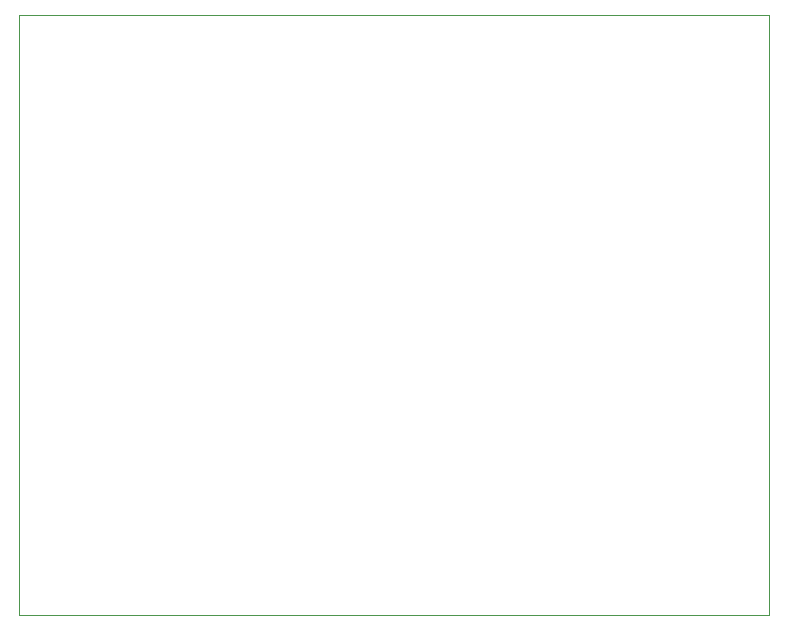
<source format=gbr>
%TF.GenerationSoftware,KiCad,Pcbnew,5.1.6+dfsg1-1*%
%TF.CreationDate,2021-01-03T21:19:59-08:00*%
%TF.ProjectId,KiCAD-VGA,4b694341-442d-4564-9741-2e6b69636164,rev?*%
%TF.SameCoordinates,Original*%
%TF.FileFunction,Profile,NP*%
%FSLAX46Y46*%
G04 Gerber Fmt 4.6, Leading zero omitted, Abs format (unit mm)*
G04 Created by KiCad (PCBNEW 5.1.6+dfsg1-1) date 2021-01-03 21:19:59*
%MOMM*%
%LPD*%
G01*
G04 APERTURE LIST*
%TA.AperFunction,Profile*%
%ADD10C,0.050000*%
%TD*%
G04 APERTURE END LIST*
D10*
X124460000Y-45720000D02*
X124714000Y-45720000D01*
X124460000Y-96520000D02*
X124460000Y-45720000D01*
X187960000Y-96520000D02*
X124460000Y-96520000D01*
X187960000Y-45720000D02*
X187960000Y-96520000D01*
X124714000Y-45720000D02*
X187960000Y-45720000D01*
M02*

</source>
